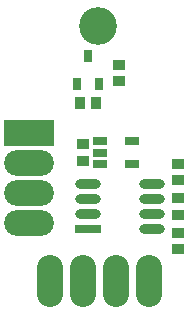
<source format=gbs>
G04 Layer_Color=16711935*
%FSLAX25Y25*%
%MOIN*%
G70*
G01*
G75*
%ADD32O,0.08674X0.17335*%
%ADD36R,0.03556X0.03950*%
%ADD37R,0.03950X0.03556*%
%ADD42C,0.12611*%
%ADD43R,0.08674X0.03162*%
%ADD44O,0.08674X0.03162*%
%ADD45R,0.03162X0.04343*%
%ADD46R,0.04737X0.02768*%
%ADD47O,0.16548X0.08674*%
%ADD48R,0.16548X0.08674*%
D32*
X16366Y9138D02*
D03*
X27272D02*
D03*
X38177D02*
D03*
X49083D02*
D03*
D36*
X31575Y68618D02*
D03*
X26063D02*
D03*
D37*
X39319Y75862D02*
D03*
Y81374D02*
D03*
X27319Y49362D02*
D03*
Y54874D02*
D03*
X58819Y42862D02*
D03*
Y48374D02*
D03*
Y36874D02*
D03*
Y31362D02*
D03*
Y25374D02*
D03*
Y19862D02*
D03*
D42*
X32154Y94291D02*
D03*
D43*
X28819Y26618D02*
D03*
D44*
Y41618D02*
D03*
Y31618D02*
D03*
Y36618D02*
D03*
X50079Y31618D02*
D03*
Y41618D02*
D03*
Y26618D02*
D03*
Y36618D02*
D03*
D45*
X32559Y75090D02*
D03*
X25079D02*
D03*
X28819Y84146D02*
D03*
D46*
X33004Y48378D02*
D03*
Y52118D02*
D03*
Y55858D02*
D03*
X43634D02*
D03*
Y48378D02*
D03*
D47*
X9319Y28618D02*
D03*
Y38618D02*
D03*
Y48618D02*
D03*
D48*
Y58618D02*
D03*
M02*

</source>
